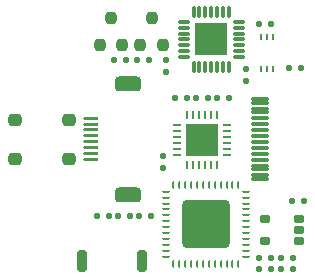
<source format=gtp>
G04*
G04 #@! TF.GenerationSoftware,Altium Limited,Altium Designer,21.0.8 (223)*
G04*
G04 Layer_Color=8421504*
%FSLAX25Y25*%
%MOIN*%
G70*
G04*
G04 #@! TF.SameCoordinates,8E059B7F-88B0-49DF-8ED0-AD27087E488A*
G04*
G04*
G04 #@! TF.FilePolarity,Positive*
G04*
G01*
G75*
G04:AMPARAMS|DCode=18|XSize=160mil|YSize=160mil|CornerRadius=16mil|HoleSize=0mil|Usage=FLASHONLY|Rotation=90.000|XOffset=0mil|YOffset=0mil|HoleType=Round|Shape=RoundedRectangle|*
%AMROUNDEDRECTD18*
21,1,0.16000,0.12800,0,0,90.0*
21,1,0.12800,0.16000,0,0,90.0*
1,1,0.03200,0.06400,0.06400*
1,1,0.03200,0.06400,-0.06400*
1,1,0.03200,-0.06400,-0.06400*
1,1,0.03200,-0.06400,0.06400*
%
%ADD18ROUNDEDRECTD18*%
G04:AMPARAMS|DCode=19|XSize=26.57mil|YSize=9.84mil|CornerRadius=2.46mil|HoleSize=0mil|Usage=FLASHONLY|Rotation=90.000|XOffset=0mil|YOffset=0mil|HoleType=Round|Shape=RoundedRectangle|*
%AMROUNDEDRECTD19*
21,1,0.02657,0.00492,0,0,90.0*
21,1,0.02165,0.00984,0,0,90.0*
1,1,0.00492,0.00246,0.01083*
1,1,0.00492,0.00246,-0.01083*
1,1,0.00492,-0.00246,-0.01083*
1,1,0.00492,-0.00246,0.01083*
%
%ADD19ROUNDEDRECTD19*%
G04:AMPARAMS|DCode=20|XSize=26.57mil|YSize=9.84mil|CornerRadius=2.46mil|HoleSize=0mil|Usage=FLASHONLY|Rotation=180.000|XOffset=0mil|YOffset=0mil|HoleType=Round|Shape=RoundedRectangle|*
%AMROUNDEDRECTD20*
21,1,0.02657,0.00492,0,0,180.0*
21,1,0.02165,0.00984,0,0,180.0*
1,1,0.00492,-0.01083,0.00246*
1,1,0.00492,0.01083,0.00246*
1,1,0.00492,0.01083,-0.00246*
1,1,0.00492,-0.01083,-0.00246*
%
%ADD20ROUNDEDRECTD20*%
G04:AMPARAMS|DCode=21|XSize=20mil|YSize=20mil|CornerRadius=5mil|HoleSize=0mil|Usage=FLASHONLY|Rotation=270.000|XOffset=0mil|YOffset=0mil|HoleType=Round|Shape=RoundedRectangle|*
%AMROUNDEDRECTD21*
21,1,0.02000,0.01000,0,0,270.0*
21,1,0.01000,0.02000,0,0,270.0*
1,1,0.01000,-0.00500,-0.00500*
1,1,0.01000,-0.00500,0.00500*
1,1,0.01000,0.00500,0.00500*
1,1,0.01000,0.00500,-0.00500*
%
%ADD21ROUNDEDRECTD21*%
G04:AMPARAMS|DCode=22|XSize=59.06mil|YSize=11.81mil|CornerRadius=2.95mil|HoleSize=0mil|Usage=FLASHONLY|Rotation=180.000|XOffset=0mil|YOffset=0mil|HoleType=Round|Shape=RoundedRectangle|*
%AMROUNDEDRECTD22*
21,1,0.05906,0.00591,0,0,180.0*
21,1,0.05315,0.01181,0,0,180.0*
1,1,0.00591,-0.02657,0.00295*
1,1,0.00591,0.02657,0.00295*
1,1,0.00591,0.02657,-0.00295*
1,1,0.00591,-0.02657,-0.00295*
%
%ADD22ROUNDEDRECTD22*%
G04:AMPARAMS|DCode=23|XSize=44mil|YSize=40mil|CornerRadius=10mil|HoleSize=0mil|Usage=FLASHONLY|Rotation=0.000|XOffset=0mil|YOffset=0mil|HoleType=Round|Shape=RoundedRectangle|*
%AMROUNDEDRECTD23*
21,1,0.04400,0.02000,0,0,0.0*
21,1,0.02400,0.04000,0,0,0.0*
1,1,0.02000,0.01200,-0.01000*
1,1,0.02000,-0.01200,-0.01000*
1,1,0.02000,-0.01200,0.01000*
1,1,0.02000,0.01200,0.01000*
%
%ADD23ROUNDEDRECTD23*%
G04:AMPARAMS|DCode=24|XSize=21.65mil|YSize=9.84mil|CornerRadius=2.46mil|HoleSize=0mil|Usage=FLASHONLY|Rotation=270.000|XOffset=0mil|YOffset=0mil|HoleType=Round|Shape=RoundedRectangle|*
%AMROUNDEDRECTD24*
21,1,0.02165,0.00492,0,0,270.0*
21,1,0.01673,0.00984,0,0,270.0*
1,1,0.00492,-0.00246,-0.00837*
1,1,0.00492,-0.00246,0.00837*
1,1,0.00492,0.00246,0.00837*
1,1,0.00492,0.00246,-0.00837*
%
%ADD24ROUNDEDRECTD24*%
G04:AMPARAMS|DCode=25|XSize=86mil|YSize=50mil|CornerRadius=12.5mil|HoleSize=0mil|Usage=FLASHONLY|Rotation=0.000|XOffset=0mil|YOffset=0mil|HoleType=Round|Shape=RoundedRectangle|*
%AMROUNDEDRECTD25*
21,1,0.08600,0.02500,0,0,0.0*
21,1,0.06100,0.05000,0,0,0.0*
1,1,0.02500,0.03050,-0.01250*
1,1,0.02500,-0.03050,-0.01250*
1,1,0.02500,-0.03050,0.01250*
1,1,0.02500,0.03050,0.01250*
%
%ADD25ROUNDEDRECTD25*%
G04:AMPARAMS|DCode=26|XSize=50mil|YSize=10mil|CornerRadius=2.5mil|HoleSize=0mil|Usage=FLASHONLY|Rotation=180.000|XOffset=0mil|YOffset=0mil|HoleType=Round|Shape=RoundedRectangle|*
%AMROUNDEDRECTD26*
21,1,0.05000,0.00500,0,0,180.0*
21,1,0.04500,0.01000,0,0,180.0*
1,1,0.00500,-0.02250,0.00250*
1,1,0.00500,0.02250,0.00250*
1,1,0.00500,0.02250,-0.00250*
1,1,0.00500,-0.02250,-0.00250*
%
%ADD26ROUNDEDRECTD26*%
G04:AMPARAMS|DCode=27|XSize=12mil|YSize=38mil|CornerRadius=3mil|HoleSize=0mil|Usage=FLASHONLY|Rotation=0.000|XOffset=0mil|YOffset=0mil|HoleType=Round|Shape=RoundedRectangle|*
%AMROUNDEDRECTD27*
21,1,0.01200,0.03200,0,0,0.0*
21,1,0.00600,0.03800,0,0,0.0*
1,1,0.00600,0.00300,-0.01600*
1,1,0.00600,-0.00300,-0.01600*
1,1,0.00600,-0.00300,0.01600*
1,1,0.00600,0.00300,0.01600*
%
%ADD27ROUNDEDRECTD27*%
G04:AMPARAMS|DCode=28|XSize=12mil|YSize=38mil|CornerRadius=3mil|HoleSize=0mil|Usage=FLASHONLY|Rotation=270.000|XOffset=0mil|YOffset=0mil|HoleType=Round|Shape=RoundedRectangle|*
%AMROUNDEDRECTD28*
21,1,0.01200,0.03200,0,0,270.0*
21,1,0.00600,0.03800,0,0,270.0*
1,1,0.00600,-0.01600,-0.00300*
1,1,0.00600,-0.01600,0.00300*
1,1,0.00600,0.01600,0.00300*
1,1,0.00600,0.01600,-0.00300*
%
%ADD28ROUNDEDRECTD28*%
%ADD29R,0.11024X0.10630*%
G04:AMPARAMS|DCode=30|XSize=20mil|YSize=20mil|CornerRadius=5mil|HoleSize=0mil|Usage=FLASHONLY|Rotation=180.000|XOffset=0mil|YOffset=0mil|HoleType=Round|Shape=RoundedRectangle|*
%AMROUNDEDRECTD30*
21,1,0.02000,0.01000,0,0,180.0*
21,1,0.01000,0.02000,0,0,180.0*
1,1,0.01000,-0.00500,0.00500*
1,1,0.01000,0.00500,0.00500*
1,1,0.01000,0.00500,-0.00500*
1,1,0.01000,-0.00500,-0.00500*
%
%ADD30ROUNDEDRECTD30*%
G04:AMPARAMS|DCode=31|XSize=23.62mil|YSize=35mil|CornerRadius=5.91mil|HoleSize=0mil|Usage=FLASHONLY|Rotation=270.000|XOffset=0mil|YOffset=0mil|HoleType=Round|Shape=RoundedRectangle|*
%AMROUNDEDRECTD31*
21,1,0.02362,0.02319,0,0,270.0*
21,1,0.01181,0.03500,0,0,270.0*
1,1,0.01181,-0.01159,-0.00591*
1,1,0.01181,-0.01159,0.00591*
1,1,0.01181,0.01159,0.00591*
1,1,0.01181,0.01159,-0.00591*
%
%ADD31ROUNDEDRECTD31*%
G04:AMPARAMS|DCode=32|XSize=37.4mil|YSize=39.37mil|CornerRadius=9.35mil|HoleSize=0mil|Usage=FLASHONLY|Rotation=0.000|XOffset=0mil|YOffset=0mil|HoleType=Round|Shape=RoundedRectangle|*
%AMROUNDEDRECTD32*
21,1,0.03740,0.02067,0,0,0.0*
21,1,0.01870,0.03937,0,0,0.0*
1,1,0.01870,0.00935,-0.01034*
1,1,0.01870,-0.00935,-0.01034*
1,1,0.01870,-0.00935,0.01034*
1,1,0.01870,0.00935,0.01034*
%
%ADD32ROUNDEDRECTD32*%
G04:AMPARAMS|DCode=33|XSize=31.5mil|YSize=70.87mil|CornerRadius=7.87mil|HoleSize=0mil|Usage=FLASHONLY|Rotation=180.000|XOffset=0mil|YOffset=0mil|HoleType=Round|Shape=RoundedRectangle|*
%AMROUNDEDRECTD33*
21,1,0.03150,0.05512,0,0,180.0*
21,1,0.01575,0.07087,0,0,180.0*
1,1,0.01575,-0.00787,0.02756*
1,1,0.01575,0.00787,0.02756*
1,1,0.01575,0.00787,-0.02756*
1,1,0.01575,-0.00787,-0.02756*
%
%ADD33ROUNDEDRECTD33*%
%ADD34O,0.00984X0.02756*%
%ADD35O,0.02756X0.00984*%
D18*
X71200Y23400D02*
D03*
D19*
X60373Y10162D02*
D03*
X62342D02*
D03*
X64310D02*
D03*
X66279D02*
D03*
X68247D02*
D03*
X70216D02*
D03*
X72184D02*
D03*
X74153D02*
D03*
X76121D02*
D03*
X78090D02*
D03*
X80058D02*
D03*
X82027D02*
D03*
Y36638D02*
D03*
X80058D02*
D03*
X78090D02*
D03*
X76121D02*
D03*
X74153D02*
D03*
X72184D02*
D03*
X70216D02*
D03*
X68247D02*
D03*
X66279D02*
D03*
X64310D02*
D03*
X62342D02*
D03*
X60373D02*
D03*
D20*
X84438Y12573D02*
D03*
Y14542D02*
D03*
Y16510D02*
D03*
Y18479D02*
D03*
Y20447D02*
D03*
Y22416D02*
D03*
Y24384D02*
D03*
Y26353D02*
D03*
Y28321D02*
D03*
Y30290D02*
D03*
Y32258D02*
D03*
Y34227D02*
D03*
X57962D02*
D03*
Y32258D02*
D03*
Y30290D02*
D03*
Y28321D02*
D03*
Y26353D02*
D03*
Y24384D02*
D03*
Y22416D02*
D03*
Y20447D02*
D03*
Y18479D02*
D03*
Y16510D02*
D03*
Y14542D02*
D03*
Y12573D02*
D03*
D21*
X89000Y8600D02*
D03*
X93000D02*
D03*
X89000Y90000D02*
D03*
X93000D02*
D03*
X103000Y75500D02*
D03*
X99000D02*
D03*
X96300Y12100D02*
D03*
X100300D02*
D03*
X96300Y8600D02*
D03*
X100300D02*
D03*
X89000Y12100D02*
D03*
X93000D02*
D03*
X100000Y31000D02*
D03*
X104000D02*
D03*
X53000Y26000D02*
D03*
X49000D02*
D03*
X48150Y78100D02*
D03*
X52150D02*
D03*
X44650D02*
D03*
X40650D02*
D03*
X42000Y26000D02*
D03*
X46000D02*
D03*
X35000D02*
D03*
X39000D02*
D03*
X78850Y65400D02*
D03*
X74850D02*
D03*
X67850D02*
D03*
X71850D02*
D03*
X64850D02*
D03*
X60850D02*
D03*
D22*
X89279Y38611D02*
D03*
Y39792D02*
D03*
Y41761D02*
D03*
Y42942D02*
D03*
Y44910D02*
D03*
Y46879D02*
D03*
Y48847D02*
D03*
Y50816D02*
D03*
Y52784D02*
D03*
Y54753D02*
D03*
Y56721D02*
D03*
Y58690D02*
D03*
Y60658D02*
D03*
Y61839D02*
D03*
Y63808D02*
D03*
Y64989D02*
D03*
D23*
X7500Y58200D02*
D03*
Y45200D02*
D03*
X25500D02*
D03*
Y58200D02*
D03*
D24*
X93468Y75087D02*
D03*
X91500D02*
D03*
X89531D02*
D03*
Y85913D02*
D03*
X91500D02*
D03*
X93468D02*
D03*
D25*
X45200Y70263D02*
D03*
Y33137D02*
D03*
D26*
X32800Y58590D02*
D03*
Y56621D02*
D03*
Y54653D02*
D03*
Y52684D02*
D03*
Y50716D02*
D03*
Y48747D02*
D03*
Y46779D02*
D03*
Y44810D02*
D03*
D27*
X67094Y75850D02*
D03*
X69063D02*
D03*
X71031D02*
D03*
X73000D02*
D03*
X74968D02*
D03*
X76937D02*
D03*
X78905D02*
D03*
Y94150D02*
D03*
X76937D02*
D03*
X74968D02*
D03*
X73000D02*
D03*
X71031D02*
D03*
X69063D02*
D03*
X67094D02*
D03*
D28*
X82150Y79094D02*
D03*
Y81063D02*
D03*
Y83031D02*
D03*
Y85000D02*
D03*
Y86968D02*
D03*
Y88937D02*
D03*
Y90905D02*
D03*
X63850D02*
D03*
Y88937D02*
D03*
Y86968D02*
D03*
Y85000D02*
D03*
Y83031D02*
D03*
Y81063D02*
D03*
Y79094D02*
D03*
D29*
X73000Y85000D02*
D03*
X70000Y51500D02*
D03*
D30*
X84500Y75000D02*
D03*
Y71000D02*
D03*
X58000Y78000D02*
D03*
Y74000D02*
D03*
X57000Y42000D02*
D03*
Y46000D02*
D03*
D31*
X102406Y25240D02*
D03*
Y21500D02*
D03*
Y17760D02*
D03*
X91005D02*
D03*
Y25240D02*
D03*
D32*
X35910Y83171D02*
D03*
X43390Y83171D02*
D03*
X39650Y92029D02*
D03*
X49410Y83171D02*
D03*
X56890Y83171D02*
D03*
X53150Y92029D02*
D03*
D33*
X29909Y11000D02*
D03*
X50000D02*
D03*
D34*
X74921Y43232D02*
D03*
X72953D02*
D03*
X70984D02*
D03*
X69016D02*
D03*
X67047D02*
D03*
X65079D02*
D03*
Y59768D02*
D03*
X67047D02*
D03*
X69016D02*
D03*
X70984D02*
D03*
X72953D02*
D03*
X74921D02*
D03*
D35*
X61732Y46579D02*
D03*
Y48547D02*
D03*
Y50516D02*
D03*
Y52484D02*
D03*
Y54453D02*
D03*
Y56421D02*
D03*
X78268D02*
D03*
Y54453D02*
D03*
Y52484D02*
D03*
Y50516D02*
D03*
Y48547D02*
D03*
Y46579D02*
D03*
M02*

</source>
